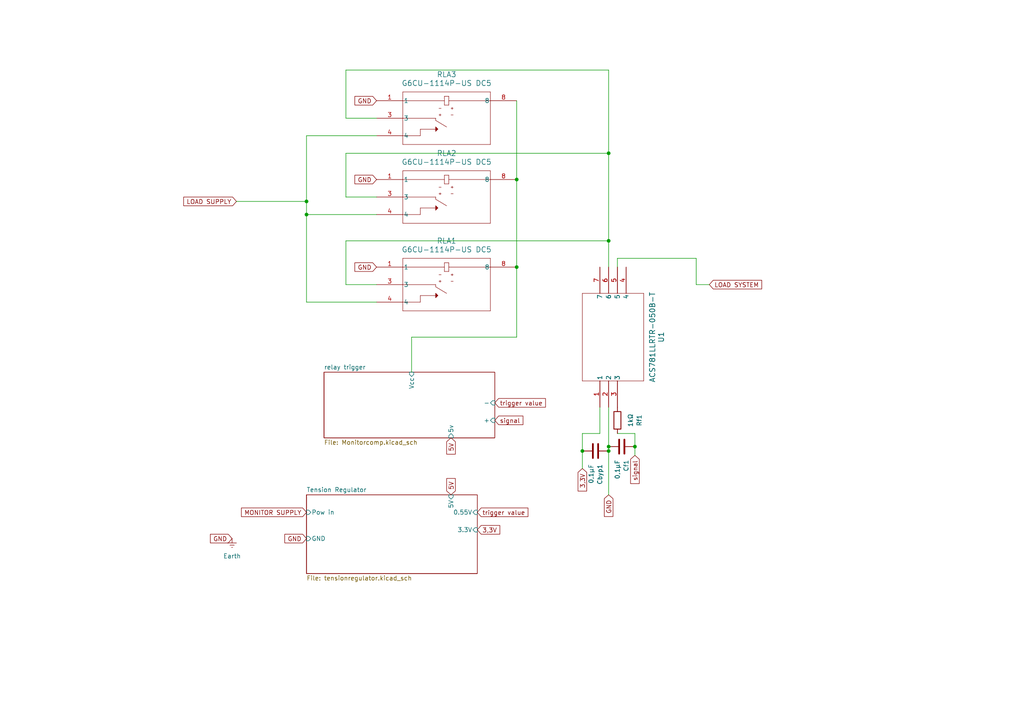
<source format=kicad_sch>
(kicad_sch (version 20231120) (generator "eeschema") (generator_version "8.0")
  (paper "A4")
  (title_block (title "Template") (date "2022-04-19") (rev "V0") (company "E-Agle TRT"))
  (lib_symbols
    (symbol "Device:C" (pin_numbers hide) (pin_names (offset 0.254))
      (property "Reference" "C" (at 0.635 2.54 0))
      (property "Value" "C" (at 0.635 -2.54 0))
      (symbol "C_0_1"
        (polyline (pts (xy -2.032 -0.762) (xy 2.032 -0.762)) (stroke (width 0.508)))
        (polyline (pts (xy -2.032 0.762) (xy 2.032 0.762)) (stroke (width 0.508)))
      )
      (symbol "C_1_1"
        (pin passive line (at 0 3.81 270) (length 2.794) (name "~") (number "1"))
        (pin passive line (at 0 -3.81 90) (length 2.794) (name "~") (number "2"))
      )
    )
    (symbol "Device:R" (pin_numbers hide) (pin_names (offset 0))
      (property "Reference" "R" (at 2.032 0 90))
      (property "Value" "R" (at 0 0 90))
      (symbol "R_0_1"
        (rectangle (start -1.016 -2.54) (end 1.016 2.54) (stroke (width 0.254)))
      )
      (symbol "R_1_1"
        (pin passive line (at 0 3.81 270) (length 1.27) (name "~") (number "1"))
        (pin passive line (at 0 -3.81 90) (length 1.27) (name "~") (number "2"))
      )
    )
    (symbol "G6CU-1114P-US-DC5:G6CU-1114P-US_DC5" (pin_names (offset 0.254))
      (property "Reference" "RLA" (at 20.32 7.62 0))
      (property "Value" "G6CU-1114P-US DC5" (at 20.32 5.08 0))
      (symbol "G6CU-1114P-US_DC5_0_1"
        (polyline (pts (xy 7.62 -12.7) (xy 33.02 -12.7)) (stroke (width 0.127)))
        (polyline (pts (xy 7.62 -5.08) (xy 17.145 -5.08)) (stroke (width 0.127)))
        (polyline (pts (xy 7.62 0) (xy 19.685 0)) (stroke (width 0.127)))
        (polyline (pts (xy 7.62 2.54) (xy 7.62 -12.7)) (stroke (width 0.127)))
        (polyline (pts (xy 12.7 -10.16) (xy 7.62 -10.16)) (stroke (width 0.127)))
        (polyline (pts (xy 12.7 -8.255) (xy 12.7 -10.16)) (stroke (width 0.127)))
        (polyline (pts (xy 12.7 -8.255) (xy 17.145 -8.255)) (stroke (width 0.127)))
        (polyline (pts (xy 17.145 -8.89) (xy 17.145 -7.62)) (stroke (width 0.127)))
        (polyline (pts (xy 17.145 -8.89) (xy 17.78 -8.255)) (stroke (width 0.127)))
        (polyline (pts (xy 17.145 -7.62) (xy 17.78 -8.255)) (stroke (width 0.127)))
        (polyline (pts (xy 17.145 -5.715) (xy 20.32 -7.62)) (stroke (width 0.127)))
        (polyline (pts (xy 17.145 -5.08) (xy 17.145 -5.715)) (stroke (width 0.127)))
        (polyline (pts (xy 18.415 -3.81) (xy 18.415 -4.445)) (stroke (width 0.127)))
        (polyline (pts (xy 18.7325 -4.1275) (xy 18.0975 -4.1275)) (stroke (width 0.127)))
        (polyline (pts (xy 18.7325 -2.2225) (xy 18.0975 -2.2225)) (stroke (width 0.127)))
        (polyline (pts (xy 19.685 -1.27) (xy 20.955 -1.27)) (stroke (width 0.127)))
        (polyline (pts (xy 19.685 1.27) (xy 19.685 -1.27)) (stroke (width 0.127)))
        (polyline (pts (xy 19.685 1.27) (xy 20.955 1.27)) (stroke (width 0.127)))
        (polyline (pts (xy 20.955 0) (xy 33.02 0)) (stroke (width 0.127)))
        (polyline (pts (xy 20.955 1.27) (xy 20.955 -1.27)) (stroke (width 0.127)))
        (polyline (pts (xy 21.59 -4.1275) (xy 22.225 -4.1275)) (stroke (width 0.127)))
        (polyline (pts (xy 21.59 -2.2225) (xy 22.225 -2.2225)) (stroke (width 0.127)))
        (polyline (pts (xy 21.9075 -1.905) (xy 21.9075 -2.54)) (stroke (width 0.127)))
        (polyline (pts (xy 33.02 -12.7) (xy 33.02 2.54)) (stroke (width 0.127)))
        (polyline (pts (xy 33.02 2.54) (xy 7.62 2.54)) (stroke (width 0.127)))
        (polyline (pts (xy 17.145 -8.89) (xy 17.145 -7.62) (xy 17.78 -8.255)) (fill (type outline)))
        (pin unspecified line (at 0 0 0) (length 7.62) (name "1") (number "1"))
        (pin unspecified line (at 0 -5.08 0) (length 7.62) (name "3") (number "3"))
        (pin unspecified line (at 0 -10.16 0) (length 7.62) (name "4") (number "4"))
        (pin unspecified line (at 40.64 0 180) (length 7.62) (name "8") (number "8"))
      )
    )
    (symbol "allegro:ACS781LLRTR-050B-T" (pin_names (offset 0.254))
      (property "Reference" "U" (at 20.32 10.16 0))
      (property "Value" "ACS781LLRTR-050B-T" (at 20.32 7.62 0))
      (symbol "ACS781LLRTR-050B-T_0_1"
        (polyline (pts (xy 7.62 -12.7) (xy 33.02 -12.7)) (stroke (width 0.127)))
        (polyline (pts (xy 7.62 5.08) (xy 7.62 -12.7)) (stroke (width 0.127)))
        (polyline (pts (xy 33.02 -12.7) (xy 33.02 5.08)) (stroke (width 0.127)))
        (polyline (pts (xy 33.02 5.08) (xy 7.62 5.08)) (stroke (width 0.127)))
        (pin unspecified line (at 0 0 0) (length 7.62) (name "1") (number "1"))
        (pin unspecified line (at 0 -2.54 0) (length 7.62) (name "2") (number "2"))
        (pin unspecified line (at 0 -5.08 0) (length 7.62) (name "3") (number "3"))
        (pin unspecified line (at 40.64 -7.62 180) (length 7.62) (name "4") (number "4"))
        (pin unspecified line (at 40.64 -5.08 180) (length 7.62) (name "5") (number "5"))
        (pin unspecified line (at 40.64 -2.54 180) (length 7.62) (name "6") (number "6"))
        (pin unspecified line (at 40.64 0 180) (length 7.62) (name "7") (number "7"))
      )
    )
    (symbol "power:Earth" (power) (pin_numbers hide) (pin_names (offset 0) hide)
      (property "Value" "Earth" (at 0 -3.81 0))
      (symbol "Earth_0_1"
        (polyline (pts (xy -0.635 -1.905) (xy 0.635 -1.905)))
        (polyline (pts (xy -0.127 -2.54) (xy 0.127 -2.54)))
        (polyline (pts (xy 0 -1.27) (xy 0 0)))
        (polyline (pts (xy 1.27 -1.27) (xy -1.27 -1.27)))
      )
      (symbol "Earth_1_1"
        (pin power_in line (at 0 0 270) (length 0) (name "~") (number "1"))
      )
    )
  )
  (junction (at 168.91 130.81))
  (junction (at 149.86 77.47))
  (junction (at 176.53 129.54))
  (junction (at 176.53 44.45))
  (junction (at 176.53 130.81))
  (junction (at 88.9 58.42))
  (junction (at 176.53 69.85))
  (junction (at 149.86 52.07))
  (junction (at 88.9 62.23))
  (junction (at 184.15 129.54))
  (wire (pts (xy 173.99 125.73) (xy 168.91 125.73)))
  (wire (pts (xy 88.9 58.42) (xy 88.9 39.37)))
  (wire (pts (xy 201.93 82.55) (xy 205.74 82.55)))
  (wire (pts (xy 109.22 87.63) (xy 88.9 87.63)))
  (wire (pts (xy 168.91 135.89) (xy 168.91 130.81)))
  (wire (pts (xy 173.99 118.11) (xy 173.99 125.73)))
  (wire (pts (xy 176.53 130.81) (xy 176.53 143.51)))
  (wire (pts (xy 176.53 129.54) (xy 176.53 130.81)))
  (wire (pts (xy 179.07 125.73) (xy 184.15 125.73)))
  (wire (pts (xy 100.33 44.45) (xy 176.53 44.45)))
  (wire (pts (xy 179.07 77.47) (xy 179.07 74.93)))
  (wire (pts (xy 149.86 52.07) (xy 149.86 77.47)))
  (wire (pts (xy 201.93 74.93) (xy 201.93 82.55)))
  (wire (pts (xy 109.22 34.29) (xy 100.33 34.29)))
  (wire (pts (xy 109.22 62.23) (xy 88.9 62.23)))
  (wire (pts (xy 184.15 125.73) (xy 184.15 129.54)))
  (wire (pts (xy 100.33 34.29) (xy 100.33 20.32)))
  (wire (pts (xy 184.15 129.54) (xy 184.15 132.08)))
  (wire (pts (xy 100.33 20.32) (xy 176.53 20.32)))
  (wire (pts (xy 88.9 87.63) (xy 88.9 62.23)))
  (wire (pts (xy 149.86 97.79) (xy 149.86 77.47)))
  (wire (pts (xy 100.33 57.15) (xy 100.33 44.45)))
  (wire (pts (xy 109.22 82.55) (xy 100.33 82.55)))
  (wire (pts (xy 119.38 97.79) (xy 149.86 97.79)))
  (wire (pts (xy 109.22 57.15) (xy 100.33 57.15)))
  (wire (pts (xy 88.9 39.37) (xy 109.22 39.37)))
  (wire (pts (xy 100.33 69.85) (xy 176.53 69.85)))
  (wire (pts (xy 176.53 69.85) (xy 176.53 77.47)))
  (wire (pts (xy 119.38 107.95) (xy 119.38 97.79)))
  (wire (pts (xy 176.53 118.11) (xy 176.53 129.54)))
  (wire (pts (xy 179.07 74.93) (xy 201.93 74.93)))
  (wire (pts (xy 149.86 29.21) (xy 149.86 52.07)))
  (wire (pts (xy 168.91 125.73) (xy 168.91 130.81)))
  (wire (pts (xy 176.53 44.45) (xy 176.53 69.85)))
  (wire (pts (xy 100.33 82.55) (xy 100.33 69.85)))
  (wire (pts (xy 88.9 62.23) (xy 88.9 58.42)))
  (wire (pts (xy 68.58 58.42) (xy 88.9 58.42)))
  (wire (pts (xy 176.53 20.32) (xy 176.53 44.45)))
  (global_label "5V" (shape input) (at 130.81 127 270) (property "Intersheetrefs" "${INTERSHEET_REFS}" (effects (hide yes))))
  (global_label "GND" (shape input) (at 176.53 143.51 270) (property "Intersheetrefs" "${INTERSHEET_REFS}" (effects (hide yes))))
  (global_label "trigger value" (shape input) (at 143.51 116.84 0) (property "Intersheetrefs" "${INTERSHEET_REFS}" (effects (hide yes))))
  (global_label "signal" (shape input) (at 143.51 121.92 0) (property "Intersheetrefs" "${INTERSHEET_REFS}" (effects (hide yes))))
  (global_label "trigger value" (shape input) (at 138.43 148.59 0) (property "Intersheetrefs" "${INTERSHEET_REFS}" (effects (hide yes))))
  (global_label "signal" (shape input) (at 184.15 132.08 270) (property "Intersheetrefs" "${INTERSHEET_REFS}" (effects (hide yes))))
  (global_label "5V" (shape input) (at 130.81 143.51 90) (property "Intersheetrefs" "${INTERSHEET_REFS}" (effects (hide yes))))
  (global_label "LOAD SYSTEM" (shape input) (at 205.74 82.55 0) (property "Intersheetrefs" "${INTERSHEET_REFS}" (effects (hide yes))))
  (global_label "LOAD SUPPLY" (shape input) (at 68.58 58.42 180) (property "Intersheetrefs" "${INTERSHEET_REFS}" (effects (hide yes))))
  (global_label "GND" (shape input) (at 109.22 52.07 180) (property "Intersheetrefs" "${INTERSHEET_REFS}" (effects (hide yes))))
  (global_label "3,3V" (shape input) (at 168.91 135.89 270) (property "Intersheetrefs" "${INTERSHEET_REFS}" (effects (hide yes))))
  (global_label "GND" (shape input) (at 88.9 156.21 180) (property "Intersheetrefs" "${INTERSHEET_REFS}" (effects (hide yes))))
  (global_label "GND" (shape input) (at 67.31 156.21 180) (property "Intersheetrefs" "${INTERSHEET_REFS}" (effects (hide yes))))
  (global_label "GND" (shape input) (at 109.22 29.21 180) (property "Intersheetrefs" "${INTERSHEET_REFS}" (effects (hide yes))))
  (global_label "3,3V" (shape input) (at 138.43 153.67 0) (property "Intersheetrefs" "${INTERSHEET_REFS}" (effects (hide yes))))
  (global_label "MONITOR SUPPLY" (shape input) (at 88.9 148.59 180) (property "Intersheetrefs" "${INTERSHEET_REFS}" (effects (hide yes))))
  (global_label "GND" (shape input) (at 109.22 77.47 180) (property "Intersheetrefs" "${INTERSHEET_REFS}" (effects (hide yes))))
  (symbol (lib_id "Device:C") (at 180.34 129.54 270) (unit 1)
    (property "Reference" "Cf1" (at 181.6101 133.35 0) (effects (justify left)))
    (property "Value" "0,1μF" (at 179.0701 133.35 0) (effects (justify left)))
    (property "Footprint" "Capacitor_THT:CP_Axial_L10.0mm_D4.5mm_P15.00mm_Horizontal" (effects (hide yes)))
    (property "Description" "Unpolarized capacitor" (effects (hide yes)))
  )
  (symbol (lib_id "G6CU-1114P-US-DC5:G6CU-1114P-US_DC5") (at 109.22 52.07 0) (unit 1)
    (property "Reference" "RLA2" (at 129.54 44.45 0) (effects (font (size 1.524 1.524))))
    (property "Value" "G6CU-1114P-US DC5" (at 129.54 46.99 0) (effects (font (size 1.524 1.524))))
    (property "Footprint" "G6CU-1114P-US-DC5:G6CU-1117P" (effects (hide yes)))
    (property "Datasheet" "G6CU-1114P-US DC5" (effects (hide yes)))
  )
  (symbol (lib_id "Device:R") (at 179.07 121.92 0) (unit 1)
    (property "Reference" "Rf1" (at 185.42 121.92 90))
    (property "Value" "1kΩ" (at 182.88 121.92 90))
    (property "Footprint" "Resistor_THT:R_Axial_DIN0204_L3.6mm_D1.6mm_P5.08mm_Horizontal" (effects (hide yes)))
    (property "Description" "Resistor" (effects (hide yes)))
  )
  (symbol (lib_id "Device:C") (at 172.72 130.81 270) (unit 1)
    (property "Reference" "Cbyp1" (at 173.9901 134.62 0) (effects (justify left)))
    (property "Value" "0,1μF" (at 171.4501 134.62 0) (effects (justify left)))
    (property "Footprint" "Capacitor_THT:CP_Axial_L10.0mm_D4.5mm_P15.00mm_Horizontal" (effects (hide yes)))
    (property "Description" "Unpolarized capacitor" (effects (hide yes)))
  )
  (symbol (lib_id "allegro:ACS781LLRTR-050B-T") (at 173.99 118.11 90) (unit 1)
    (property "Reference" "U1" (at 191.77 97.79 0) (effects (font (size 1.524 1.524))))
    (property "Value" "ACS781LLRTR-050B-T" (at 189.23 97.79 0) (effects (font (size 1.524 1.524))))
    (property "Footprint" "allegro:PSOF7_ACS781LLRTR-050B-T_ALM" (effects (hide yes)))
    (property "Datasheet" "ACS781LLRTR-050B-T" (effects (hide yes)))
  )
  (symbol (lib_id "power:Earth") (at 67.31 156.21 0) (unit 1)
    (property "Reference" "#PWR01" (effects (hide yes)))
    (property "Value" "Earth" (at 67.31 161.29 0))
    (property "Description" "Power symbol creates a global label with name \"Earth\"" (effects (hide yes)))
  )
  (symbol (lib_id "G6CU-1114P-US-DC5:G6CU-1114P-US_DC5") (at 109.22 29.21 0) (unit 1)
    (property "Reference" "RLA3" (at 129.54 21.59 0) (effects (font (size 1.524 1.524))))
    (property "Value" "G6CU-1114P-US DC5" (at 129.54 24.13 0) (effects (font (size 1.524 1.524))))
    (property "Footprint" "G6CU-1114P-US-DC5:G6CU-1117P" (effects (hide yes)))
    (property "Datasheet" "G6CU-1114P-US DC5" (effects (hide yes)))
  )
  (symbol (lib_id "G6CU-1114P-US-DC5:G6CU-1114P-US_DC5") (at 109.22 77.47 0) (unit 1)
    (property "Reference" "RLA1" (at 129.54 69.85 0) (effects (font (size 1.524 1.524))))
    (property "Value" "G6CU-1114P-US DC5" (at 129.54 72.39 0) (effects (font (size 1.524 1.524))))
    (property "Footprint" "G6CU-1114P-US-DC5:G6CU-1117P" (effects (hide yes)))
    (property "Datasheet" "G6CU-1114P-US DC5" (effects (hide yes)))
  )
  (sheet (at 88.9 143.51) (size 49.53 22.86) (stroke (width 0.1524))
    (property "Sheetname" "Tension Regulator" (at 88.9 142.7984 0) (effects (justify left bottom)))
    (property "Sheetfile" "tensionregulator.kicad_sch" (at 88.9 166.9546 0) (effects (justify left top)))
    (pin "5V" input (at 130.81 143.51 90))
    (pin "0.55V" input (at 138.43 148.59 0))
    (pin "3.3V" input (at 138.43 153.67 0))
    (pin "Pow in" input (at 88.9 148.59 180))
    (pin "GND" input (at 88.9 156.21 180))
  )
  (sheet (at 93.98 107.95) (size 49.53 19.05) (stroke (width 0.1524))
    (property "Sheetname" "relay trigger" (at 93.98 107.2384 0) (effects (justify left bottom)))
    (property "Sheetfile" "Monitorcomp.kicad_sch" (at 93.98 127.5846 0) (effects (justify left top)))
    (pin "+" input (at 143.51 121.92 0))
    (pin "-" input (at 143.51 116.84 0))
    (pin "Vcc" input (at 119.38 107.95 90))
    (pin "5v" input (at 130.81 127 270))
  )
)
</source>
